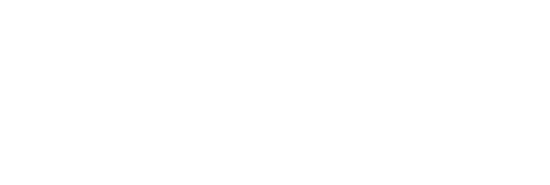
<source format=gbr>
%TF.GenerationSoftware,Altium Limited,Altium Designer,20.0.9 (164)*%
G04 Layer_Color=0*
%FSLAX45Y45*%
%MOMM*%
%TF.FileFunction,Plated,1,2,PTH,Drill*%
%TF.Part,Single*%
G01*
G75*
%TA.AperFunction,ComponentDrill*%
%ADD19C,0.10000*%
%ADD20C,0.10000*%
D19*
X1443000Y444031D02*
D03*
X1586281Y569811D02*
D03*
X1654044Y748928D02*
D03*
X1630838Y939245D02*
D03*
X1522029Y1097237D02*
D03*
X1352682Y1185345D02*
D03*
X1161195Y1186548D02*
D03*
X991726Y1097050D02*
D03*
X884582Y939302D02*
D03*
X860280Y750253D02*
D03*
X927300Y568200D02*
D03*
X1071567Y443795D02*
D03*
X1257300Y398200D02*
D03*
X4889500D02*
D03*
X4703767Y443795D02*
D03*
X4559500Y568200D02*
D03*
X4492480Y750253D02*
D03*
X4516782Y939302D02*
D03*
X4623926Y1097050D02*
D03*
X4793395Y1186548D02*
D03*
X4984882Y1185345D02*
D03*
X5154229Y1097237D02*
D03*
X5263038Y939245D02*
D03*
X5286244Y748928D02*
D03*
X5218481Y569811D02*
D03*
X5075200Y444031D02*
D03*
X3060700Y398200D02*
D03*
X2874967Y443795D02*
D03*
X2730700Y568200D02*
D03*
X2663680Y750253D02*
D03*
X2687982Y939302D02*
D03*
X2795126Y1097050D02*
D03*
X2964595Y1186548D02*
D03*
X3156082Y1185345D02*
D03*
X3325429Y1097237D02*
D03*
X3434238Y939245D02*
D03*
X3457444Y748928D02*
D03*
X3389681Y569811D02*
D03*
X3246400Y444031D02*
D03*
D20*
X2413000Y1877700D02*
D03*
X2667000D02*
D03*
X2921000D02*
D03*
X3175000D02*
D03*
X3429000D02*
D03*
X3695700D02*
D03*
X3949700D02*
D03*
X4203700D02*
D03*
X4457700D02*
D03*
X4711700D02*
D03*
X2146300D02*
D03*
X1892300D02*
D03*
X1638300D02*
D03*
X1384300D02*
D03*
X1130300D02*
D03*
%TF.MD5,1918b90c7ea84f19e384c80ba0ec560a*%
M02*

</source>
